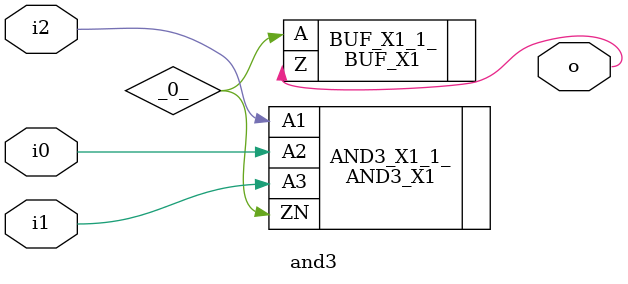
<source format=v>
module and3(i0, i1, i2, o);

wire _0_;
input i0;
input i1;
input i2;
output o;

AND3_X1 #() 
AND3_X1_1_ (
  .A1({ i2 }),
  .A2({ i0 }),
  .A3({ i1 }),
  .ZN({ _0_ })
);
BUF_X1 #() 
BUF_X1_1_ (
  .A({ _0_ }),
  .Z({ o })
);

endmodule
</source>
